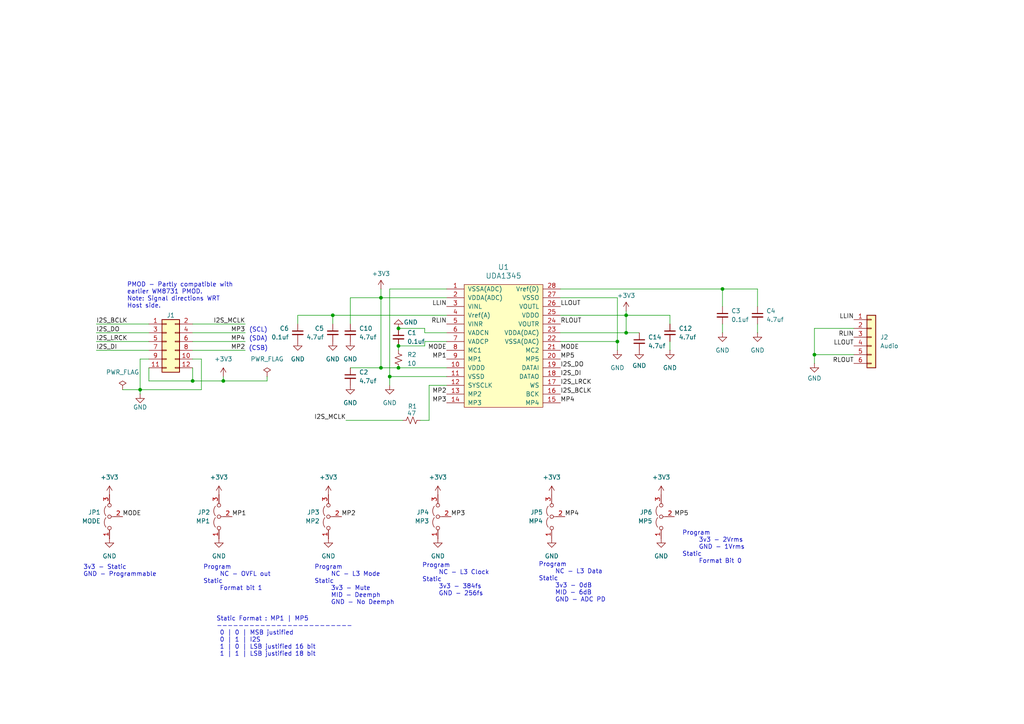
<source format=kicad_sch>
(kicad_sch (version 20231120) (generator "eeschema") (generator_version "8.0")
  (paper "A4")
  (lib_symbols
    (symbol "Connector_Generic:Conn_01x06" (pin_names (offset 1.016) hide)
      (property "Reference" "J" (at 0 7.62 0))
      (property "Value" "Conn_01x06" (at 0 -10.16 0))
      (symbol "Conn_01x06_1_1"
        (rectangle (start -1.27 -7.493) (end 0 -7.747) (stroke (width 0.1524)))
        (rectangle (start -1.27 -4.953) (end 0 -5.207) (stroke (width 0.1524)))
        (rectangle (start -1.27 -2.413) (end 0 -2.667) (stroke (width 0.1524)))
        (rectangle (start -1.27 0.127) (end 0 -0.127) (stroke (width 0.1524)))
        (rectangle (start -1.27 2.667) (end 0 2.413) (stroke (width 0.1524)))
        (rectangle (start -1.27 5.207) (end 0 4.953) (stroke (width 0.1524)))
        (rectangle (start -1.27 6.35) (end 1.27 -8.89) (stroke (width 0.254)) (fill (type background)))
        (pin passive line (at -5.08 5.08 0) (length 3.81) (name "Pin_1") (number "1"))
        (pin passive line (at -5.08 2.54 0) (length 3.81) (name "Pin_2") (number "2"))
        (pin passive line (at -5.08 0 0) (length 3.81) (name "Pin_3") (number "3"))
        (pin passive line (at -5.08 -2.54 0) (length 3.81) (name "Pin_4") (number "4"))
        (pin passive line (at -5.08 -5.08 0) (length 3.81) (name "Pin_5") (number "5"))
        (pin passive line (at -5.08 -7.62 0) (length 3.81) (name "Pin_6") (number "6"))
      )
    )
    (symbol "Connector_Generic:Conn_02x06_Odd_Even" (pin_names (offset 1.016) hide)
      (property "Reference" "J" (at 1.27 7.62 0))
      (property "Value" "Conn_02x06_Odd_Even" (at 1.27 -10.16 0))
      (symbol "Conn_02x06_Odd_Even_1_1"
        (rectangle (start -1.27 -7.493) (end 0 -7.747) (stroke (width 0.1524)))
        (rectangle (start -1.27 -4.953) (end 0 -5.207) (stroke (width 0.1524)))
        (rectangle (start -1.27 -2.413) (end 0 -2.667) (stroke (width 0.1524)))
        (rectangle (start -1.27 0.127) (end 0 -0.127) (stroke (width 0.1524)))
        (rectangle (start -1.27 2.667) (end 0 2.413) (stroke (width 0.1524)))
        (rectangle (start -1.27 5.207) (end 0 4.953) (stroke (width 0.1524)))
        (rectangle (start -1.27 6.35) (end 3.81 -8.89) (stroke (width 0.254)) (fill (type background)))
        (rectangle (start 3.81 -7.493) (end 2.54 -7.747) (stroke (width 0.1524)))
        (rectangle (start 3.81 -4.953) (end 2.54 -5.207) (stroke (width 0.1524)))
        (rectangle (start 3.81 -2.413) (end 2.54 -2.667) (stroke (width 0.1524)))
        (rectangle (start 3.81 0.127) (end 2.54 -0.127) (stroke (width 0.1524)))
        (rectangle (start 3.81 2.667) (end 2.54 2.413) (stroke (width 0.1524)))
        (rectangle (start 3.81 5.207) (end 2.54 4.953) (stroke (width 0.1524)))
        (pin passive line (at -5.08 5.08 0) (length 3.81) (name "Pin_1") (number "1"))
        (pin passive line (at 7.62 -5.08 180) (length 3.81) (name "Pin_10") (number "10"))
        (pin passive line (at -5.08 -7.62 0) (length 3.81) (name "Pin_11") (number "11"))
        (pin passive line (at 7.62 -7.62 180) (length 3.81) (name "Pin_12") (number "12"))
        (pin passive line (at 7.62 5.08 180) (length 3.81) (name "Pin_2") (number "2"))
        (pin passive line (at -5.08 2.54 0) (length 3.81) (name "Pin_3") (number "3"))
        (pin passive line (at 7.62 2.54 180) (length 3.81) (name "Pin_4") (number "4"))
        (pin passive line (at -5.08 0 0) (length 3.81) (name "Pin_5") (number "5"))
        (pin passive line (at 7.62 0 180) (length 3.81) (name "Pin_6") (number "6"))
        (pin passive line (at -5.08 -2.54 0) (length 3.81) (name "Pin_7") (number "7"))
        (pin passive line (at 7.62 -2.54 180) (length 3.81) (name "Pin_8") (number "8"))
        (pin passive line (at -5.08 -5.08 0) (length 3.81) (name "Pin_9") (number "9"))
      )
    )
    (symbol "Device:C_Small" (pin_numbers hide) (pin_names (offset 0.254) hide)
      (property "Reference" "C" (at 0.254 1.778 0))
      (property "Value" "C_Small" (at 0.254 -2.032 0))
      (symbol "C_Small_0_1"
        (polyline (pts (xy -1.524 -0.508) (xy 1.524 -0.508)) (stroke (width 0.3302)))
        (polyline (pts (xy -1.524 0.508) (xy 1.524 0.508)) (stroke (width 0.3048)))
      )
      (symbol "C_Small_1_1"
        (pin passive line (at 0 2.54 270) (length 2.032) (name "~") (number "1"))
        (pin passive line (at 0 -2.54 90) (length 2.032) (name "~") (number "2"))
      )
    )
    (symbol "Device:R_Small_US" (pin_numbers hide) (pin_names (offset 0.254) hide)
      (property "Reference" "R" (at 0.762 0.508 0))
      (property "Value" "R_Small_US" (at 0.762 -1.016 0))
      (symbol "R_Small_US_1_1"
        (polyline (pts (xy 0 0) (xy 1.016 -0.381) (xy 0 -0.762) (xy -1.016 -1.143) (xy 0 -1.524)))
        (polyline (pts (xy 0 1.524) (xy 1.016 1.143) (xy 0 0.762) (xy -1.016 0.381) (xy 0 0)))
        (pin passive line (at 0 2.54 270) (length 1.016) (name "~") (number "1"))
        (pin passive line (at 0 -2.54 90) (length 1.016) (name "~") (number "2"))
      )
    )
    (symbol "EMEB:UDA1345" (pin_names (offset 1.016))
      (property "Reference" "U" (at 7.62 19.05 0))
      (property "Value" "UDA1345" (at -1.27 19.05 0))
      (property "Footprint" "Package_SO:SSOP-28_5.3x10.2mm_P0.65mm" (at 0.254 -20.828 0))
      (symbol "UDA1345_0_1"
        (rectangle (start -11.43 17.78) (end 11.43 -17.78) (fill (type background)))
      )
      (symbol "UDA1345_1_1"
        (pin power_in line (at -16.51 16.51 0) (length 5.08) (name "VSSA(ADC)") (number "1"))
        (pin power_in line (at -16.51 -6.35 0) (length 5.08) (name "VDDD") (number "10"))
        (pin power_in line (at -16.51 -8.89 0) (length 5.08) (name "VSSD") (number "11"))
        (pin input line (at -16.51 -11.43 0) (length 5.08) (name "SYSCLK") (number "12"))
        (pin input line (at -16.51 -13.97 0) (length 5.08) (name "MP2") (number "13"))
        (pin input line (at -16.51 -16.51 0) (length 5.08) (name "MP3") (number "14"))
        (pin input line (at 16.51 -16.51 180) (length 5.08) (name "MP4") (number "15"))
        (pin input line (at 16.51 -13.97 180) (length 5.08) (name "BCK") (number "16"))
        (pin input line (at 16.51 -11.43 180) (length 5.08) (name "WS") (number "17"))
        (pin output line (at 16.51 -8.89 180) (length 5.08) (name "DATAO") (number "18"))
        (pin input line (at 16.51 -6.35 180) (length 5.08) (name "DATAI") (number "19"))
        (pin power_in line (at -16.51 13.97 0) (length 5.08) (name "VDDA(ADC)") (number "2"))
        (pin input line (at 16.51 -3.81 180) (length 5.08) (name "MP5") (number "20"))
        (pin input line (at 16.51 -1.27 180) (length 5.08) (name "MC2") (number "21"))
        (pin power_in line (at 16.51 1.27 180) (length 5.08) (name "VSSA(DAC)") (number "22"))
        (pin power_in line (at 16.51 3.81 180) (length 5.08) (name "VDDA(DAC)") (number "23"))
        (pin output line (at 16.51 6.35 180) (length 5.08) (name "VOUTR") (number "24"))
        (pin input line (at 16.51 8.89 180) (length 5.08) (name "VDDO") (number "25"))
        (pin input line (at 16.51 11.43 180) (length 5.08) (name "VOUTL") (number "26"))
        (pin input line (at 16.51 13.97 180) (length 5.08) (name "VSSO") (number "27"))
        (pin input line (at 16.51 16.51 180) (length 5.08) (name "Vref(D)") (number "28"))
        (pin input line (at -16.51 11.43 0) (length 5.08) (name "VINL") (number "3"))
        (pin input line (at -16.51 8.89 0) (length 5.08) (name "Vref(A)") (number "4"))
        (pin input line (at -16.51 6.35 0) (length 5.08) (name "VINR") (number "5"))
        (pin input line (at -16.51 3.81 0) (length 5.08) (name "VADCN") (number "6"))
        (pin input line (at -16.51 1.27 0) (length 5.08) (name "VADCP") (number "7"))
        (pin input line (at -16.51 -1.27 0) (length 5.08) (name "MC1") (number "8"))
        (pin output line (at -16.51 -3.81 0) (length 5.08) (name "MP1") (number "9"))
      )
    )
    (symbol "Jumper:Jumper_3_Open" (pin_names (offset 0) hide)
      (property "Reference" "JP" (at -2.54 -2.54 0))
      (property "Value" "Jumper_3_Open" (at 0 2.794 0))
      (symbol "Jumper_3_Open_0_0"
        (circle (center -3.302 0) (radius 0.508))
        (circle (center 0 0) (radius 0.508))
        (circle (center 3.302 0) (radius 0.508))
      )
      (symbol "Jumper_3_Open_0_1"
        (arc (start -0.254 1.016) (mid -1.651 1.4992) (end -3.048 1.016))
        (polyline (pts (xy 0 -0.508) (xy 0 -1.27)))
        (arc (start 3.048 1.016) (mid 1.651 1.4992) (end 0.254 1.016))
      )
      (symbol "Jumper_3_Open_1_1"
        (pin passive line (at -6.35 0 0) (length 2.54) (name "A") (number "1"))
        (pin passive line (at 0 -3.81 90) (length 2.54) (name "C") (number "2"))
        (pin passive line (at 6.35 0 180) (length 2.54) (name "B") (number "3"))
      )
    )
    (symbol "power:+3V3" (power) (pin_numbers hide) (pin_names (offset 0) hide)
      (property "Value" "+3V3" (at 0 3.556 0))
      (symbol "+3V3_0_1"
        (polyline (pts (xy -0.762 1.27) (xy 0 2.54)))
        (polyline (pts (xy 0 0) (xy 0 2.54)))
        (polyline (pts (xy 0 2.54) (xy 0.762 1.27)))
      )
      (symbol "+3V3_1_1"
        (pin power_in line (at 0 0 90) (length 0) (name "~") (number "1"))
      )
    )
    (symbol "power:GND" (power) (pin_numbers hide) (pin_names (offset 0) hide)
      (property "Value" "GND" (at 0 -3.81 0))
      (symbol "GND_0_1"
        (polyline (pts (xy 0 0) (xy 0 -1.27) (xy 1.27 -1.27) (xy 0 -2.54) (xy -1.27 -1.27) (xy 0 -1.27)))
      )
      (symbol "GND_1_1"
        (pin power_in line (at 0 0 270) (length 0) (name "~") (number "1"))
      )
    )
    (symbol "power:PWR_FLAG" (power) (pin_numbers hide) (pin_names (offset 0) hide)
      (property "Value" "PWR_FLAG" (at 0 3.81 0))
      (symbol "PWR_FLAG_0_0"
        (pin power_out line (at 0 0 90) (length 0) (name "~") (number "1"))
      )
      (symbol "PWR_FLAG_0_1"
        (polyline (pts (xy 0 0) (xy 0 1.27) (xy -1.016 1.905) (xy 0 2.54) (xy 1.016 1.905) (xy 0 1.27)))
      )
    )
  )
  (junction (at 115.57 100.33))
  (junction (at 110.49 106.68))
  (junction (at 236.22 102.87))
  (junction (at 209.55 83.82))
  (junction (at 40.64 113.03))
  (junction (at 110.49 86.36))
  (junction (at 115.57 95.25))
  (junction (at 181.61 96.52))
  (junction (at 96.52 91.44))
  (junction (at 179.07 99.06))
  (junction (at 181.61 91.44))
  (junction (at 64.77 110.49))
  (junction (at 115.57 106.68))
  (junction (at 55.88 110.49))
  (junction (at 113.03 109.22))
  (wire (pts (xy 55.88 110.49) (xy 64.77 110.49)))
  (wire (pts (xy 181.61 91.44) (xy 181.61 96.52)))
  (wire (pts (xy 209.55 83.82) (xy 219.71 83.82)))
  (wire (pts (xy 129.54 83.82) (xy 113.03 83.82)))
  (wire (pts (xy 162.56 99.06) (xy 179.07 99.06)))
  (wire (pts (xy 219.71 93.98) (xy 219.71 96.52)))
  (wire (pts (xy 181.61 91.44) (xy 194.31 91.44)))
  (wire (pts (xy 123.19 99.06) (xy 129.54 99.06)))
  (wire (pts (xy 181.61 90.17) (xy 181.61 91.44)))
  (wire (pts (xy 179.07 99.06) (xy 179.07 101.6)))
  (wire (pts (xy 129.54 106.68) (xy 115.57 106.68)))
  (wire (pts (xy 58.42 113.03) (xy 58.42 104.14)))
  (wire (pts (xy 64.77 109.22) (xy 64.77 110.49)))
  (wire (pts (xy 121.92 121.92) (xy 124.46 121.92)))
  (wire (pts (xy 71.12 96.52) (xy 55.88 96.52)))
  (wire (pts (xy 40.64 104.14) (xy 43.18 104.14)))
  (wire (pts (xy 71.12 101.6) (xy 55.88 101.6)))
  (wire (pts (xy 115.57 106.68) (xy 110.49 106.68)))
  (wire (pts (xy 162.56 96.52) (xy 181.61 96.52)))
  (wire (pts (xy 236.22 102.87) (xy 247.65 102.87)))
  (wire (pts (xy 115.57 95.25) (xy 123.19 95.25)))
  (wire (pts (xy 236.22 105.41) (xy 236.22 102.87)))
  (wire (pts (xy 124.46 111.76) (xy 129.54 111.76)))
  (wire (pts (xy 113.03 109.22) (xy 113.03 111.76)))
  (wire (pts (xy 110.49 86.36) (xy 110.49 83.82)))
  (wire (pts (xy 27.94 101.6) (xy 43.18 101.6)))
  (wire (pts (xy 194.31 91.44) (xy 194.31 93.98)))
  (wire (pts (xy 27.94 93.98) (xy 43.18 93.98)))
  (wire (pts (xy 115.57 100.33) (xy 123.19 100.33)))
  (wire (pts (xy 101.6 86.36) (xy 110.49 86.36)))
  (wire (pts (xy 96.52 91.44) (xy 86.36 91.44)))
  (wire (pts (xy 96.52 91.44) (xy 96.52 93.98)))
  (wire (pts (xy 58.42 104.14) (xy 55.88 104.14)))
  (wire (pts (xy 100.33 121.92) (xy 116.84 121.92)))
  (wire (pts (xy 123.19 95.25) (xy 123.19 96.52)))
  (wire (pts (xy 77.47 110.49) (xy 77.47 109.22)))
  (wire (pts (xy 96.52 91.44) (xy 129.54 91.44)))
  (wire (pts (xy 113.03 109.22) (xy 129.54 109.22)))
  (wire (pts (xy 123.19 100.33) (xy 123.19 99.06)))
  (wire (pts (xy 43.18 110.49) (xy 55.88 110.49)))
  (wire (pts (xy 55.88 110.49) (xy 55.88 106.68)))
  (wire (pts (xy 181.61 96.52) (xy 185.42 96.52)))
  (wire (pts (xy 236.22 95.25) (xy 236.22 102.87)))
  (wire (pts (xy 209.55 93.98) (xy 209.55 96.52)))
  (wire (pts (xy 124.46 121.92) (xy 124.46 111.76)))
  (wire (pts (xy 209.55 83.82) (xy 209.55 88.9)))
  (wire (pts (xy 110.49 86.36) (xy 129.54 86.36)))
  (wire (pts (xy 40.64 113.03) (xy 40.64 114.3)))
  (wire (pts (xy 27.94 99.06) (xy 43.18 99.06)))
  (wire (pts (xy 219.71 83.82) (xy 219.71 88.9)))
  (wire (pts (xy 115.57 100.33) (xy 115.57 101.6)))
  (wire (pts (xy 35.56 113.03) (xy 40.64 113.03)))
  (wire (pts (xy 71.12 93.98) (xy 55.88 93.98)))
  (wire (pts (xy 110.49 106.68) (xy 110.49 86.36)))
  (wire (pts (xy 40.64 104.14) (xy 40.64 113.03)))
  (wire (pts (xy 40.64 113.03) (xy 58.42 113.03)))
  (wire (pts (xy 101.6 86.36) (xy 101.6 93.98)))
  (wire (pts (xy 71.12 99.06) (xy 55.88 99.06)))
  (wire (pts (xy 113.03 83.82) (xy 113.03 109.22)))
  (wire (pts (xy 236.22 95.25) (xy 247.65 95.25)))
  (wire (pts (xy 162.56 83.82) (xy 209.55 83.82)))
  (wire (pts (xy 101.6 106.68) (xy 110.49 106.68)))
  (wire (pts (xy 123.19 96.52) (xy 129.54 96.52)))
  (wire (pts (xy 27.94 96.52) (xy 43.18 96.52)))
  (wire (pts (xy 179.07 86.36) (xy 162.56 86.36)))
  (wire (pts (xy 194.31 99.06) (xy 194.31 101.6)))
  (wire (pts (xy 43.18 110.49) (xy 43.18 106.68)))
  (wire (pts (xy 162.56 91.44) (xy 181.61 91.44)))
  (wire (pts (xy 64.77 110.49) (xy 77.47 110.49)))
  (wire (pts (xy 179.07 86.36) (xy 179.07 99.06)))
  (wire (pts (xy 86.36 91.44) (xy 86.36 93.98)))
  (text "Program\n	NC - OVFL out\nStatic\n	Format bit 1" (at 58.928 167.64 0) (effects (font (size 1.27 1.27)) (justify left)))
  (text "Program\n	3v3 - 2Vrms\n	GND - 1Vrms\nStatic\n	Format Bit 0" (at 197.866 158.75 0) (effects (font (size 1.27 1.27)) (justify left)))
  (text "Program\n	NC - L3 Mode\nStatic\n	3v3 - Mute\n	MID - Deemph\n	GND - No Deemph" (at 91.186 169.672 0) (effects (font (size 1.27 1.27)) (justify left)))
  (text "3v3 - Static\nGND - Programmable" (at 24.13 165.608 0) (effects (font (size 1.27 1.27)) (justify left)))
  (text "Static Format : MP1 | MP5\n-------------------------\n 0 | 0 | MSB justified\n 0 | 1 | I2S\n 1 | 0 | LSB justified 16 bit\n 1 | 1 | LSB justified 18 bit\n" (at 62.738 184.658 0) (effects (font (size 1.27 1.27)) (justify left)))
  (text "(SCL)" (at 74.93 95.758 0) (effects (font (size 1.27 1.27))))
  (text "(SDA)" (at 74.93 98.298 0) (effects (font (size 1.27 1.27))))
  (text "Program\n	NC - L3 Clock\nStatic\n	3v3 - 384fs\n	GND - 256fs" (at 122.428 168.148 0) (effects (font (size 1.27 1.27)) (justify left)))
  (text "Program\n	NC - L3 Data\nStatic\n	3v3 - 0dB\n	MID - 6dB\n	GND - ADC PD" (at 156.21 168.91 0) (effects (font (size 1.27 1.27)) (justify left)))
  (text "PMOD - Partly compatible with\nearlier WM8731 PMOD.\nNote: Signal directions WRT\nHost side." (at 36.83 89.535 0) (effects (font (size 1.27 1.27)) (justify left bottom)))
  (text "(CSB)" (at 74.93 101.092 0) (effects (font (size 1.27 1.27))))
  (label "RLIN" (at 247.65 97.79 180))
  (label "LLOUT" (at 247.65 100.33 180))
  (label "RLIN" (at 129.54 93.98 180))
  (label "MP1" (at 129.54 104.14 180))
  (label "MODE" (at 162.56 101.6 0))
  (label "I2S_DI" (at 27.94 101.6 0))
  (label "MP2" (at 71.12 101.6 180))
  (label "I2S_MCLK" (at 100.33 121.92 180))
  (label "MP3" (at 71.12 96.52 180))
  (label "RLOUT" (at 247.65 105.41 180))
  (label "MODE" (at 35.56 149.86 0))
  (label "MP3" (at 130.81 149.86 0))
  (label "I2S_DO" (at 27.94 96.52 0))
  (label "MP2" (at 129.54 114.3 180))
  (label "I2S_DI" (at 162.56 109.22 0))
  (label "MP5" (at 195.58 149.86 0))
  (label "LLIN" (at 129.54 88.9 180))
  (label "MP4" (at 162.56 116.84 0))
  (label "MODE" (at 129.54 101.6 180))
  (label "RLOUT" (at 162.56 93.98 0))
  (label "MP5" (at 162.56 104.14 0))
  (label "I2S_DO" (at 162.56 106.68 0))
  (label "MP4" (at 163.83 149.86 0))
  (label "MP1" (at 67.31 149.86 0))
  (label "I2S_BCLK" (at 27.94 93.98 0))
  (label "MP3" (at 129.54 116.84 180))
  (label "MP2" (at 99.06 149.86 0))
  (label "LLOUT" (at 162.56 88.9 0))
  (label "I2S_LRCK" (at 162.56 111.76 0))
  (label "MP4" (at 71.12 99.06 180))
  (label "I2S_MCLK" (at 71.12 93.98 180))
  (label "I2S_LRCK" (at 27.94 99.06 0))
  (label "I2S_BCLK" (at 162.56 114.3 0))
  (label "LLIN" (at 247.65 92.71 180))
  (symbol (lib_id "power:+3V3") (at 63.5 143.51 0) (unit 1)
    (property "Reference" "#PWR4" (effects (hide yes)))
    (property "Value" "+3V3" (at 63.5 138.43 0))
    (property "Description" "Power symbol creates a global label with name \"+3V3\"" (effects (hide yes)))
  )
  (symbol (lib_id "power:GND") (at 115.57 95.25 180) (unit 1)
    (property "Reference" "#PWR5" (effects (hide yes)))
    (property "Value" "GND" (at 119.126 93.472 0))
    (property "Description" "Power symbol creates a global label with name \"GND\" , ground" (effects (hide yes)))
  )
  (symbol (lib_id "power:PWR_FLAG") (at 77.47 109.22 0) (unit 1)
    (property "Reference" "#FLG2" (effects (hide yes)))
    (property "Value" "PWR_FLAG" (at 77.47 104.14 0))
    (property "Description" "Special symbol for telling ERC where power comes from" (effects (hide yes)))
  )
  (symbol (lib_id "power:+3V3") (at 160.02 143.51 0) (unit 1)
    (property "Reference" "#PWR14" (effects (hide yes)))
    (property "Value" "+3V3" (at 160.02 138.43 0))
    (property "Description" "Power symbol creates a global label with name \"+3V3\"" (effects (hide yes)))
  )
  (symbol (lib_id "power:+3V3") (at 191.77 143.51 0) (unit 1)
    (property "Reference" "#PWR18" (effects (hide yes)))
    (property "Value" "+3V3" (at 191.77 138.43 0))
    (property "Description" "Power symbol creates a global label with name \"+3V3\"" (effects (hide yes)))
  )
  (symbol (lib_id "power:GND") (at 31.75 156.21 0) (unit 1)
    (property "Reference" "#PWR3" (effects (hide yes)))
    (property "Value" "GND" (at 31.75 161.29 0))
    (property "Description" "Power symbol creates a global label with name \"GND\" , ground" (effects (hide yes)))
  )
  (symbol (lib_id "Jumper:Jumper_3_Open") (at 95.25 149.86 90) (unit 1)
    (property "Reference" "JP3" (at 92.71 148.5899 90) (effects (justify left)))
    (property "Value" "MP2" (at 92.71 151.1299 90) (effects (justify left)))
    (property "Footprint" "Jumper:SolderJumper-3_P1.3mm_Open_RoundedPad1.0x1.5mm" (effects (hide yes)))
  )
  (symbol (lib_id "Connector_Generic:Conn_01x06") (at 252.73 97.79 0) (unit 1)
    (property "Reference" "J2" (at 255.27 97.7899 0) (effects (justify left)))
    (property "Value" "Audio" (at 255.27 100.3299 0) (effects (justify left)))
    (property "Footprint" "Connector_PinHeader_2.54mm:PinHeader_1x06_P2.54mm_Vertical" (effects (hide yes)))
    (property "Description" "Generic connector, single row, 01x06, script generated (kicad-library-utils/schlib/autogen/connector/)" (effects (hide yes)))
  )
  (symbol (lib_id "power:GND") (at 191.77 156.21 0) (unit 1)
    (property "Reference" "#PWR20" (effects (hide yes)))
    (property "Value" "GND" (at 191.77 161.29 0))
    (property "Description" "Power symbol creates a global label with name \"GND\" , ground" (effects (hide yes)))
  )
  (symbol (lib_id "power:GND") (at 179.07 101.6 0) (unit 1)
    (property "Reference" "#PWR23" (effects (hide yes)))
    (property "Value" "GND" (at 179.07 106.68 0))
    (property "Description" "Power symbol creates a global label with name \"GND\" , ground" (effects (hide yes)))
  )
  (symbol (lib_id "power:+3V3") (at 31.75 143.51 0) (unit 1)
    (property "Reference" "#PWR2" (effects (hide yes)))
    (property "Value" "+3V3" (at 31.75 138.43 0))
    (property "Description" "Power symbol creates a global label with name \"+3V3\"" (effects (hide yes)))
  )
  (symbol (lib_id "power:+3V3") (at 127 143.51 0) (unit 1)
    (property "Reference" "#PWR11" (effects (hide yes)))
    (property "Value" "+3V3" (at 127 138.43 0))
    (property "Description" "Power symbol creates a global label with name \"+3V3\"" (effects (hide yes)))
  )
  (symbol (lib_id "power:GND") (at 40.64 114.3 0) (unit 1)
    (property "Reference" "#PWR024" (effects (hide yes)))
    (property "Value" "GND" (at 40.64 118.11 0))
    (property "Description" "Power symbol creates a global label with name \"GND\" , ground" (effects (hide yes)))
  )
  (symbol (lib_id "EMEB:UDA1345") (at 146.05 100.33 0) (unit 1)
    (property "Reference" "U1" (at 146.05 77.47 0) (effects (font (size 1.524 1.524))))
    (property "Value" "UDA1345" (at 146.05 80.01 0) (effects (font (size 1.524 1.524))))
    (property "Footprint" "Package_SO:SSOP-28_5.3x10.2mm_P0.65mm" (effects (hide yes)))
  )
  (symbol (lib_id "Device:C_Small") (at 209.55 91.44 0) (unit 1)
    (property "Reference" "C3" (at 212.09 90.1763 0) (effects (justify left)))
    (property "Value" "0.1uf" (at 212.09 92.71 0) (effects (justify left)))
    (property "Footprint" "Capacitor_SMD:C_0402_1005Metric" (effects (hide yes)))
  )
  (symbol (lib_id "power:GND") (at 194.31 101.6 0) (unit 1)
    (property "Reference" "#PWR017" (effects (hide yes)))
    (property "Value" "GND" (at 194.31 106.68 0))
    (property "Description" "Power symbol creates a global label with name \"GND\" , ground" (effects (hide yes)))
  )
  (symbol (lib_id "Device:R_Small_US") (at 119.38 121.92 270) (unit 1)
    (property "Reference" "R1" (at 119.634 117.856 90))
    (property "Value" "47" (at 119.38 119.888 90))
    (property "Footprint" "Resistor_SMD:R_0603_1608Metric" (effects (hide yes)))
  )
  (symbol (lib_id "Jumper:Jumper_3_Open") (at 160.02 149.86 90) (unit 1)
    (property "Reference" "JP5" (at 157.48 148.5899 90) (effects (justify left)))
    (property "Value" "MP4" (at 157.48 151.1299 90) (effects (justify left)))
    (property "Footprint" "Jumper:SolderJumper-3_P1.3mm_Open_RoundedPad1.0x1.5mm" (effects (hide yes)))
  )
  (symbol (lib_id "Connector_Generic:Conn_02x06_Odd_Even") (at 48.26 99.06 0) (unit 1)
    (property "Reference" "J1" (at 49.53 91.44 0))
    (property "Value" "CONN_02X06" (effects (hide yes)))
    (property "Footprint" "Connector_PinHeader_2.54mm:PinHeader_2x06_P2.54mm_Vertical" (effects (hide yes)))
  )
  (symbol (lib_id "power:GND") (at 236.22 105.41 0) (unit 1)
    (property "Reference" "#PWR09" (effects (hide yes)))
    (property "Value" "GND" (at 236.22 109.728 0))
    (property "Description" "Power symbol creates a global label with name \"GND\" , ground" (effects (hide yes)))
  )
  (symbol (lib_id "power:GND") (at 113.03 111.76 0) (unit 1)
    (property "Reference" "#PWR1" (effects (hide yes)))
    (property "Value" "GND" (at 113.03 116.84 0))
    (property "Description" "Power symbol creates a global label with name \"GND\" , ground" (effects (hide yes)))
  )
  (symbol (lib_id "Device:C_Small") (at 115.57 97.79 0) (unit 1)
    (property "Reference" "C1" (at 118.11 96.5263 0) (effects (justify left)))
    (property "Value" "0.1uf" (at 118.11 99.06 0) (effects (justify left)))
    (property "Footprint" "Capacitor_SMD:C_0402_1005Metric" (effects (hide yes)))
  )
  (symbol (lib_id "power:GND") (at 209.55 96.52 0) (unit 1)
    (property "Reference" "#PWR13" (effects (hide yes)))
    (property "Value" "GND" (at 209.55 101.6 0))
    (property "Description" "Power symbol creates a global label with name \"GND\" , ground" (effects (hide yes)))
  )
  (symbol (lib_id "power:GND") (at 219.71 96.52 0) (unit 1)
    (property "Reference" "#PWR22" (effects (hide yes)))
    (property "Value" "GND" (at 219.71 101.6 0))
    (property "Description" "Power symbol creates a global label with name \"GND\" , ground" (effects (hide yes)))
  )
  (symbol (lib_id "power:GND") (at 101.6 99.06 0) (unit 1)
    (property "Reference" "#PWR015" (effects (hide yes)))
    (property "Value" "GND" (at 101.6 104.14 0))
    (property "Description" "Power symbol creates a global label with name \"GND\" , ground" (effects (hide yes)))
  )
  (symbol (lib_id "power:GND") (at 160.02 156.21 0) (unit 1)
    (property "Reference" "#PWR16" (effects (hide yes)))
    (property "Value" "GND" (at 160.02 161.29 0))
    (property "Description" "Power symbol creates a global label with name \"GND\" , ground" (effects (hide yes)))
  )
  (symbol (lib_id "power:PWR_FLAG") (at 35.56 113.03 0) (unit 1)
    (property "Reference" "#FLG3" (effects (hide yes)))
    (property "Value" "PWR_FLAG" (at 35.56 107.95 0))
    (property "Description" "Special symbol for telling ERC where power comes from" (effects (hide yes)))
  )
  (symbol (lib_id "power:+3V3") (at 64.77 109.22 0) (unit 1)
    (property "Reference" "#PWR025" (effects (hide yes)))
    (property "Value" "+3V3" (at 64.77 104.14 0))
    (property "Description" "Power symbol creates a global label with name \"+3V3\"" (effects (hide yes)))
  )
  (symbol (lib_id "Device:C_Small") (at 185.42 99.06 0) (unit 1)
    (property "Reference" "C14" (at 187.96 97.7963 0) (effects (justify left)))
    (property "Value" "4.7uf" (at 187.96 100.33 0) (effects (justify left)))
    (property "Footprint" "Capacitor_SMD:C_0402_1005Metric" (effects (hide yes)))
  )
  (symbol (lib_id "Jumper:Jumper_3_Open") (at 127 149.86 90) (unit 1)
    (property "Reference" "JP4" (at 124.46 148.5899 90) (effects (justify left)))
    (property "Value" "MP3" (at 124.46 151.1299 90) (effects (justify left)))
    (property "Footprint" "Jumper:SolderJumper-3_P1.3mm_Open_RoundedPad1.0x1.5mm" (effects (hide yes)))
  )
  (symbol (lib_id "power:GND") (at 101.6 111.76 0) (unit 1)
    (property "Reference" "#PWR6" (effects (hide yes)))
    (property "Value" "GND" (at 101.6 116.84 0))
    (property "Description" "Power symbol creates a global label with name \"GND\" , ground" (effects (hide yes)))
  )
  (symbol (lib_id "power:GND") (at 96.52 99.06 0) (mirror y) (unit 1)
    (property "Reference" "#PWR27" (effects (hide yes)))
    (property "Value" "GND" (at 96.52 104.14 0))
    (property "Description" "Power symbol creates a global label with name \"GND\" , ground" (effects (hide yes)))
  )
  (symbol (lib_id "Device:C_Small") (at 101.6 109.22 0) (unit 1)
    (property "Reference" "C2" (at 104.14 107.9563 0) (effects (justify left)))
    (property "Value" "4.7uf" (at 104.14 110.49 0) (effects (justify left)))
    (property "Footprint" "Capacitor_SMD:C_0402_1005Metric" (effects (hide yes)))
  )
  (symbol (lib_id "power:GND") (at 127 156.21 0) (unit 1)
    (property "Reference" "#PWR12" (effects (hide yes)))
    (property "Value" "GND" (at 127 161.29 0))
    (property "Description" "Power symbol creates a global label with name \"GND\" , ground" (effects (hide yes)))
  )
  (symbol (lib_id "Device:C_Small") (at 194.31 96.52 0) (unit 1)
    (property "Reference" "C12" (at 196.85 95.2563 0) (effects (justify left)))
    (property "Value" "4.7uf" (at 196.85 97.79 0) (effects (justify left)))
    (property "Footprint" "Capacitor_SMD:C_0402_1005Metric" (effects (hide yes)))
  )
  (symbol (lib_id "Device:C_Small") (at 96.52 96.52 0) (mirror y) (unit 1)
    (property "Reference" "C5" (at 93.98 95.2563 0) (effects (justify left)))
    (property "Value" "4.7uf" (at 93.98 97.79 0) (effects (justify left)))
    (property "Footprint" "Capacitor_SMD:C_0402_1005Metric" (effects (hide yes)))
  )
  (symbol (lib_id "power:GND") (at 86.36 99.06 0) (mirror y) (unit 1)
    (property "Reference" "#PWR28" (effects (hide yes)))
    (property "Value" "GND" (at 86.36 104.14 0))
    (property "Description" "Power symbol creates a global label with name \"GND\" , ground" (effects (hide yes)))
  )
  (symbol (lib_id "power:GND") (at 63.5 156.21 0) (unit 1)
    (property "Reference" "#PWR10" (effects (hide yes)))
    (property "Value" "GND" (at 63.5 161.29 0))
    (property "Description" "Power symbol creates a global label with name \"GND\" , ground" (effects (hide yes)))
  )
  (symbol (lib_id "Jumper:Jumper_3_Open") (at 31.75 149.86 90) (unit 1)
    (property "Reference" "JP1" (at 29.21 148.5899 90) (effects (justify left)))
    (property "Value" "MODE" (at 29.21 151.1299 90) (effects (justify left)))
    (property "Footprint" "Jumper:SolderJumper-3_P1.3mm_Open_RoundedPad1.0x1.5mm" (effects (hide yes)))
  )
  (symbol (lib_id "power:+3V3") (at 181.61 90.17 0) (unit 1)
    (property "Reference" "#PWR26" (effects (hide yes)))
    (property "Value" "+3V3" (at 181.61 85.725 0))
    (property "Description" "Power symbol creates a global label with name \"+3V3\"" (effects (hide yes)))
  )
  (symbol (lib_id "power:GND") (at 95.25 156.21 0) (unit 1)
    (property "Reference" "#PWR8" (effects (hide yes)))
    (property "Value" "GND" (at 95.25 161.29 0))
    (property "Description" "Power symbol creates a global label with name \"GND\" , ground" (effects (hide yes)))
  )
  (symbol (lib_id "Device:C_Small") (at 86.36 96.52 0) (mirror y) (unit 1)
    (property "Reference" "C6" (at 83.82 95.2563 0) (effects (justify left)))
    (property "Value" "0.1uf" (at 83.82 97.79 0) (effects (justify left)))
    (property "Footprint" "Capacitor_SMD:C_0402_1005Metric" (effects (hide yes)))
  )
  (symbol (lib_id "Device:C_Small") (at 101.6 96.52 0) (unit 1)
    (property "Reference" "C10" (at 104.14 95.2563 0) (effects (justify left)))
    (property "Value" "4.7uf" (at 104.14 97.79 0) (effects (justify left)))
    (property "Footprint" "Capacitor_SMD:C_0402_1005Metric" (effects (hide yes)))
  )
  (symbol (lib_id "power:GND") (at 185.42 101.6 0) (unit 1)
    (property "Reference" "#PWR021" (effects (hide yes)))
    (property "Value" "GND" (at 185.42 106.045 0))
    (property "Description" "Power symbol creates a global label with name \"GND\" , ground" (effects (hide yes)))
  )
  (symbol (lib_id "Jumper:Jumper_3_Open") (at 191.77 149.86 90) (unit 1)
    (property "Reference" "JP6" (at 189.23 148.5899 90) (effects (justify left)))
    (property "Value" "MP5" (at 189.23 151.1299 90) (effects (justify left)))
    (property "Footprint" "Jumper:SolderJumper-3_P1.3mm_Open_RoundedPad1.0x1.5mm" (effects (hide yes)))
  )
  (symbol (lib_id "power:+3V3") (at 110.49 83.82 0) (unit 1)
    (property "Reference" "#PWR019" (effects (hide yes)))
    (property "Value" "+3V3" (at 110.49 79.375 0))
    (property "Description" "Power symbol creates a global label with name \"+3V3\"" (effects (hide yes)))
  )
  (symbol (lib_id "Device:R_Small_US") (at 115.57 104.14 180) (unit 1)
    (property "Reference" "R2" (at 118.11 102.87 0) (effects (justify right)))
    (property "Value" "10" (at 118.11 105.41 0) (effects (justify right)))
    (property "Footprint" "Resistor_SMD:R_0603_1608Metric" (effects (hide yes)))
  )
  (symbol (lib_id "Device:C_Small") (at 219.71 91.44 0) (unit 1)
    (property "Reference" "C4" (at 222.25 90.1763 0) (effects (justify left)))
    (property "Value" "4.7uf" (at 222.25 92.71 0) (effects (justify left)))
    (property "Footprint" "Capacitor_SMD:C_0402_1005Metric" (effects (hide yes)))
  )
  (symbol (lib_id "Jumper:Jumper_3_Open") (at 63.5 149.86 90) (unit 1)
    (property "Reference" "JP2" (at 60.96 148.5899 90) (effects (justify left)))
    (property "Value" "MP1" (at 60.96 151.1299 90) (effects (justify left)))
    (property "Footprint" "Jumper:SolderJumper-3_P1.3mm_Open_RoundedPad1.0x1.5mm" (effects (hide yes)))
  )
  (symbol (lib_id "power:+3V3") (at 95.25 143.51 0) (unit 1)
    (property "Reference" "#PWR7" (effects (hide yes)))
    (property "Value" "+3V3" (at 95.25 138.43 0))
    (property "Description" "Power symbol creates a global label with name \"+3V3\"" (effects (hide yes)))
  )
)
</source>
